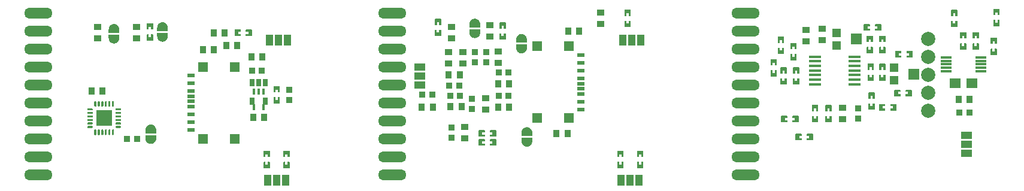
<source format=gbp>
G04 This is an RS-274x file exported by *
G04 gerbv version 2.10.0~037b94 *
G04 More information is available about gerbv at *
G04 https://gerbv.github.io/ *
G04 --End of header info--*
%MOIN*%
%FSLAX36Y36*%
%IPPOS*%
G04 --Define apertures--*
%ADD10C,0.0788*%
%AMMACRO11*
21,1,0.039370,0.059055,0.000000,0.000000,90.000000*
%
%ADD11MACRO11*%
%AMMACRO12*
21,1,0.032000,0.043000,0.000000,0.000000,90.000000*
%
%ADD12MACRO12*%
%AMMACRO13*
21,1,0.047244,0.047244,0.000000,0.000000,90.000000*
%
%ADD13MACRO13*%
%AMMACRO14*
21,1,0.062992,0.059055,0.000000,0.000000,90.000000*
%
%ADD14MACRO14*%
%AMMACRO15*
21,1,0.032000,0.043000,0.000000,0.000000,-90.000000*
%
%ADD15MACRO15*%
%AMMACRO16*
21,1,0.015748,0.066929,0.000000,0.000000,90.000000*
%
%ADD16MACRO16*%
%AMMACRO17*
21,1,0.031496,0.035433,0.000000,0.000000,-90.000000*
%
%ADD17MACRO17*%
%AMMACRO18*
21,1,0.059055,0.053500,0.000000,0.000000,0.000000*
%
%ADD18MACRO18*%
%AMMACRO19*
21,1,0.032000,0.043000,0.000000,0.000000,0.000000*
%
%ADD19MACRO19*%
%AMMACRO20*
21,1,0.031496,0.035433,0.000000,0.000000,0.000000*
%
%ADD20MACRO20*%
%AMMACRO21*
21,1,0.059055,0.012000,0.000000,0.000000,0.000000*
%
%ADD21MACRO21*%
%ADD22O,0.1575X0.0591*%
%ADD23O,0.0005X0.0591*%
%AMMACRO24*
21,1,0.039370,0.059055,0.000000,0.000000,90.000000*
%
%ADD24MACRO24*%
%AMMACRO25*
21,1,0.039370,0.059055,0.000000,0.000000,0.000000*
%
%ADD25MACRO25*%
%AMMACRO26*
21,1,0.032000,0.043000,0.000000,0.000000,0.000000*
%
%ADD26MACRO26*%
%AMMACRO27*
21,1,0.032000,0.043000,0.000000,0.000000,90.000000*
%
%ADD27MACRO27*%
%AMMACRO28*
21,1,0.032000,0.043000,0.000000,0.000000,-90.000000*
%
%ADD28MACRO28*%
%AMMACRO29*
21,1,0.019685,0.039370,0.000000,0.000000,-90.000000*
%
%ADD29MACRO29*%
%AMMACRO30*
21,1,0.051181,0.055118,0.000000,0.000000,-90.000000*
%
%ADD30MACRO30*%
%AMMACRO31*
21,1,0.031496,0.035433,0.000000,0.000000,90.000000*
%
%ADD31MACRO31*%
%AMMACRO32*
21,1,0.031496,0.035433,0.000000,0.000000,-90.000000*
%
%ADD32MACRO32*%
%AMMACRO33*
21,1,0.031496,0.035433,0.000000,0.000000,0.000000*
%
%ADD33MACRO33*%
%ADD34O,0.0006X0.0591*%
%AMMACRO35*
21,1,0.039370,0.059055,0.000000,0.000000,0.000000*
%
%ADD35MACRO35*%
%AMMACRO36*
21,1,0.032000,0.043000,0.000000,0.000000,0.000000*
%
%ADD36MACRO36*%
%AMMACRO37*
21,1,0.032000,0.043000,0.000000,0.000000,90.000000*
%
%ADD37MACRO37*%
%AMMACRO38*
21,1,0.032000,0.043000,0.000000,0.000000,-90.000000*
%
%ADD38MACRO38*%
%AMMACRO39*
21,1,0.031496,0.035433,0.000000,0.000000,0.000000*
%
%ADD39MACRO39*%
%AMMACRO40*
21,1,0.031496,0.035433,0.000000,0.000000,90.000000*
%
%ADD40MACRO40*%
%AMMACRO41*
21,1,0.043307,0.023622,0.000000,0.000000,90.000000*
%
%ADD41MACRO41*%
%AMMACRO42*
21,1,0.015748,0.035433,0.000000,0.000000,0.000000*
%
%ADD42MACRO42*%
%AMMACRO43*
21,1,0.019685,0.039370,0.000000,0.000000,90.000000*
%
%ADD43MACRO43*%
%AMMACRO44*
21,1,0.051181,0.055118,0.000000,0.000000,90.000000*
%
%ADD44MACRO44*%
%ADD45O,0.0004X0.0591*%
G04 --Start main section--*
G36*
G01X5411268Y-208580D02*
G01X5409288Y-210560D01*
G01X5409288Y-242040D01*
G01X5411268Y-244020D01*
G01X5442748Y-244020D01*
G01X5444728Y-242040D01*
G01X5444728Y-210560D01*
G01X5442748Y-208580D01*
G01X5433228Y-208580D01*
G01X5433228Y-223160D01*
G01X5420228Y-223160D01*
G01X5420228Y-208580D01*
G37*
G36*
G01X5411268Y-145980D02*
G01X5409288Y-147960D01*
G01X5409288Y-179440D01*
G01X5411268Y-181420D01*
G01X5420788Y-181420D01*
G01X5420788Y-166840D01*
G01X5433788Y-166840D01*
G01X5433788Y-181420D01*
G01X5442748Y-181420D01*
G01X5444728Y-179440D01*
G01X5444728Y-147960D01*
G01X5442748Y-145980D01*
G37*
G36*
G01X4229968Y-742280D02*
G01X4227988Y-744260D01*
G01X4227988Y-775740D01*
G01X4229968Y-777720D01*
G01X4261448Y-777720D01*
G01X4263428Y-775740D01*
G01X4263428Y-766220D01*
G01X4248848Y-766220D01*
G01X4248848Y-753220D01*
G01X4263428Y-753220D01*
G01X4263428Y-744260D01*
G01X4261448Y-742280D01*
G37*
G36*
G01X4292568Y-742280D02*
G01X4290588Y-744260D01*
G01X4290588Y-753780D01*
G01X4305168Y-753780D01*
G01X4305168Y-766780D01*
G01X4290588Y-766780D01*
G01X4290588Y-775740D01*
G01X4292568Y-777720D01*
G01X4324048Y-777720D01*
G01X4326028Y-775740D01*
G01X4326028Y-744260D01*
G01X4324048Y-742280D01*
G37*
G36*
G01X4372568Y-842280D02*
G01X4370588Y-844260D01*
G01X4370588Y-853780D01*
G01X4385168Y-853780D01*
G01X4385168Y-866780D01*
G01X4370588Y-866780D01*
G01X4370588Y-875740D01*
G01X4372568Y-877720D01*
G01X4404048Y-877720D01*
G01X4406028Y-875740D01*
G01X4406028Y-844260D01*
G01X4404048Y-842280D01*
G37*
G36*
G01X4309968Y-842280D02*
G01X4307988Y-844260D01*
G01X4307988Y-875740D01*
G01X4309968Y-877720D01*
G01X4341448Y-877720D01*
G01X4343428Y-875740D01*
G01X4343428Y-866220D01*
G01X4328848Y-866220D01*
G01X4328848Y-853220D01*
G01X4343428Y-853220D01*
G01X4343428Y-844260D01*
G01X4341448Y-842280D01*
G37*
G36*
G01X4281268Y-398580D02*
G01X4279288Y-400560D01*
G01X4279288Y-432040D01*
G01X4281268Y-434020D01*
G01X4312748Y-434020D01*
G01X4314728Y-432040D01*
G01X4314728Y-400560D01*
G01X4312748Y-398580D01*
G01X4303228Y-398580D01*
G01X4303228Y-413160D01*
G01X4290228Y-413160D01*
G01X4290228Y-398580D01*
G37*
G36*
G01X4281268Y-335980D02*
G01X4279288Y-337960D01*
G01X4279288Y-369440D01*
G01X4281268Y-371420D01*
G01X4290788Y-371420D01*
G01X4290788Y-356840D01*
G01X4303788Y-356840D01*
G01X4303788Y-371420D01*
G01X4312748Y-371420D01*
G01X4314728Y-369440D01*
G01X4314728Y-337960D01*
G01X4312748Y-335980D01*
G37*
G36*
G01X4211268Y-363580D02*
G01X4209288Y-365560D01*
G01X4209288Y-397040D01*
G01X4211268Y-399020D01*
G01X4242748Y-399020D01*
G01X4244728Y-397040D01*
G01X4244728Y-365560D01*
G01X4242748Y-363580D01*
G01X4233228Y-363580D01*
G01X4233228Y-378160D01*
G01X4220228Y-378160D01*
G01X4220228Y-363580D01*
G37*
G36*
G01X4211268Y-300980D02*
G01X4209288Y-302960D01*
G01X4209288Y-334440D01*
G01X4211268Y-336420D01*
G01X4220788Y-336420D01*
G01X4220788Y-321840D01*
G01X4233788Y-321840D01*
G01X4233788Y-336420D01*
G01X4242748Y-336420D01*
G01X4244728Y-334440D01*
G01X4244728Y-302960D01*
G01X4242748Y-300980D01*
G37*
G36*
G01X4226268Y-470980D02*
G01X4224288Y-472960D01*
G01X4224288Y-504440D01*
G01X4226268Y-506420D01*
G01X4235788Y-506420D01*
G01X4235788Y-491840D01*
G01X4248788Y-491840D01*
G01X4248788Y-506420D01*
G01X4257748Y-506420D01*
G01X4259728Y-504440D01*
G01X4259728Y-472960D01*
G01X4257748Y-470980D01*
G37*
G36*
G01X4226268Y-533580D02*
G01X4224288Y-535560D01*
G01X4224288Y-567040D01*
G01X4226268Y-569020D01*
G01X4257748Y-569020D01*
G01X4259728Y-567040D01*
G01X4259728Y-535560D01*
G01X4257748Y-533580D01*
G01X4248228Y-533580D01*
G01X4248228Y-548160D01*
G01X4235228Y-548160D01*
G01X4235228Y-533580D01*
G37*
G36*
G01X4296268Y-470980D02*
G01X4294288Y-472960D01*
G01X4294288Y-504440D01*
G01X4296268Y-506420D01*
G01X4305788Y-506420D01*
G01X4305788Y-491840D01*
G01X4318788Y-491840D01*
G01X4318788Y-506420D01*
G01X4327748Y-506420D01*
G01X4329728Y-504440D01*
G01X4329728Y-472960D01*
G01X4327748Y-470980D01*
G37*
G36*
G01X4296268Y-533580D02*
G01X4294288Y-535560D01*
G01X4294288Y-567040D01*
G01X4296268Y-569020D01*
G01X4327748Y-569020D01*
G01X4329728Y-567040D01*
G01X4329728Y-535560D01*
G01X4327748Y-533580D01*
G01X4318228Y-533580D01*
G01X4318228Y-548160D01*
G01X4305228Y-548160D01*
G01X4305228Y-533580D01*
G37*
G36*
G01X4171268Y-425980D02*
G01X4169288Y-427960D01*
G01X4169288Y-459440D01*
G01X4171268Y-461420D01*
G01X4180788Y-461420D01*
G01X4180788Y-446840D01*
G01X4193788Y-446840D01*
G01X4193788Y-461420D01*
G01X4202748Y-461420D01*
G01X4204728Y-459440D01*
G01X4204728Y-427960D01*
G01X4202748Y-425980D01*
G37*
G36*
G01X4171268Y-488580D02*
G01X4169288Y-490560D01*
G01X4169288Y-522040D01*
G01X4171268Y-524020D01*
G01X4202748Y-524020D01*
G01X4204728Y-522040D01*
G01X4204728Y-490560D01*
G01X4202748Y-488580D01*
G01X4193228Y-488580D01*
G01X4193228Y-503160D01*
G01X4180228Y-503160D01*
G01X4180228Y-488580D01*
G37*
G36*
G01X4401268Y-743580D02*
G01X4399288Y-745560D01*
G01X4399288Y-777040D01*
G01X4401268Y-779020D01*
G01X4432748Y-779020D01*
G01X4434728Y-777040D01*
G01X4434728Y-745560D01*
G01X4432748Y-743580D01*
G01X4423228Y-743580D01*
G01X4423228Y-758160D01*
G01X4410228Y-758160D01*
G01X4410228Y-743580D01*
G37*
G36*
G01X4401268Y-680980D02*
G01X4399288Y-682960D01*
G01X4399288Y-714440D01*
G01X4401268Y-716420D01*
G01X4410788Y-716420D01*
G01X4410788Y-701840D01*
G01X4423788Y-701840D01*
G01X4423788Y-716420D01*
G01X4432748Y-716420D01*
G01X4434728Y-714440D01*
G01X4434728Y-682960D01*
G01X4432748Y-680980D01*
G37*
G36*
G01X4476268Y-680980D02*
G01X4474288Y-682960D01*
G01X4474288Y-714440D01*
G01X4476268Y-716420D01*
G01X4485788Y-716420D01*
G01X4485788Y-701840D01*
G01X4498788Y-701840D01*
G01X4498788Y-716420D01*
G01X4507748Y-716420D01*
G01X4509728Y-714440D01*
G01X4509728Y-682960D01*
G01X4507748Y-680980D01*
G37*
G36*
G01X4476268Y-743580D02*
G01X4474288Y-745560D01*
G01X4474288Y-777040D01*
G01X4476268Y-779020D01*
G01X4507748Y-779020D01*
G01X4509728Y-777040D01*
G01X4509728Y-745560D01*
G01X4507748Y-743580D01*
G01X4498228Y-743580D01*
G01X4498228Y-758160D01*
G01X4485228Y-758160D01*
G01X4485228Y-743580D01*
G37*
G36*
G01X4711268Y-513580D02*
G01X4709288Y-515560D01*
G01X4709288Y-547040D01*
G01X4711268Y-549020D01*
G01X4742748Y-549020D01*
G01X4744728Y-547040D01*
G01X4744728Y-515560D01*
G01X4742748Y-513580D01*
G01X4733228Y-513580D01*
G01X4733228Y-528160D01*
G01X4720228Y-528160D01*
G01X4720228Y-513580D01*
G37*
G36*
G01X4711268Y-450980D02*
G01X4709288Y-452960D01*
G01X4709288Y-484440D01*
G01X4711268Y-486420D01*
G01X4720788Y-486420D01*
G01X4720788Y-471840D01*
G01X4733788Y-471840D01*
G01X4733788Y-486420D01*
G01X4742748Y-486420D01*
G01X4744728Y-484440D01*
G01X4744728Y-452960D01*
G01X4742748Y-450980D01*
G37*
G36*
G01X4776268Y-450980D02*
G01X4774288Y-452960D01*
G01X4774288Y-484440D01*
G01X4776268Y-486420D01*
G01X4785788Y-486420D01*
G01X4785788Y-471840D01*
G01X4798788Y-471840D01*
G01X4798788Y-486420D01*
G01X4807748Y-486420D01*
G01X4809728Y-484440D01*
G01X4809728Y-452960D01*
G01X4807748Y-450980D01*
G37*
G36*
G01X4776268Y-513580D02*
G01X4774288Y-515560D01*
G01X4774288Y-547040D01*
G01X4776268Y-549020D01*
G01X4807748Y-549020D01*
G01X4809728Y-547040D01*
G01X4809728Y-515560D01*
G01X4807748Y-513580D01*
G01X4798228Y-513580D01*
G01X4798228Y-528160D01*
G01X4785228Y-528160D01*
G01X4785228Y-513580D01*
G37*
G36*
G01X4689968Y-232280D02*
G01X4687988Y-234260D01*
G01X4687988Y-265740D01*
G01X4689968Y-267720D01*
G01X4721448Y-267720D01*
G01X4723428Y-265740D01*
G01X4723428Y-256220D01*
G01X4708868Y-256220D01*
G01X4708868Y-243220D01*
G01X4723428Y-243220D01*
G01X4723428Y-234260D01*
G01X4721448Y-232280D01*
G37*
G36*
G01X4752568Y-232280D02*
G01X4750588Y-234260D01*
G01X4750588Y-243780D01*
G01X4765148Y-243780D01*
G01X4765148Y-256780D01*
G01X4750588Y-256780D01*
G01X4750588Y-265740D01*
G01X4752568Y-267720D01*
G01X4784048Y-267720D01*
G01X4786028Y-265740D01*
G01X4786028Y-234260D01*
G01X4784048Y-232280D01*
G37*
G36*
G01X4776268Y-295980D02*
G01X4774288Y-297960D01*
G01X4774288Y-329440D01*
G01X4776268Y-331420D01*
G01X4785788Y-331420D01*
G01X4785788Y-316840D01*
G01X4798788Y-316840D01*
G01X4798788Y-331420D01*
G01X4807748Y-331420D01*
G01X4809728Y-329440D01*
G01X4809728Y-297960D01*
G01X4807748Y-295980D01*
G37*
G36*
G01X4776268Y-358580D02*
G01X4774288Y-360560D01*
G01X4774288Y-392040D01*
G01X4776268Y-394020D01*
G01X4807748Y-394020D01*
G01X4809728Y-392040D01*
G01X4809728Y-360560D01*
G01X4807748Y-358580D01*
G01X4798228Y-358580D01*
G01X4798228Y-373160D01*
G01X4785228Y-373160D01*
G01X4785228Y-358580D01*
G37*
G36*
G01X4706268Y-295980D02*
G01X4704288Y-297960D01*
G01X4704288Y-329440D01*
G01X4706268Y-331420D01*
G01X4715788Y-331420D01*
G01X4715788Y-316840D01*
G01X4728788Y-316840D01*
G01X4728788Y-331420D01*
G01X4737748Y-331420D01*
G01X4739728Y-329440D01*
G01X4739728Y-297960D01*
G01X4737748Y-295980D01*
G37*
G36*
G01X4706268Y-358580D02*
G01X4704288Y-360560D01*
G01X4704288Y-392040D01*
G01X4706268Y-394020D01*
G01X4737748Y-394020D01*
G01X4739728Y-392040D01*
G01X4739728Y-360560D01*
G01X4737748Y-358580D01*
G01X4728228Y-358580D01*
G01X4728228Y-373160D01*
G01X4715228Y-373160D01*
G01X4715228Y-358580D01*
G37*
G36*
G01X4774968Y-677280D02*
G01X4772988Y-679260D01*
G01X4772988Y-710740D01*
G01X4774968Y-712720D01*
G01X4806448Y-712720D01*
G01X4808428Y-710740D01*
G01X4808428Y-701220D01*
G01X4793868Y-701220D01*
G01X4793868Y-688220D01*
G01X4808428Y-688220D01*
G01X4808428Y-679260D01*
G01X4806448Y-677280D01*
G37*
G36*
G01X4837568Y-677280D02*
G01X4835588Y-679260D01*
G01X4835588Y-688780D01*
G01X4850148Y-688780D01*
G01X4850148Y-701780D01*
G01X4835588Y-701780D01*
G01X4835588Y-710740D01*
G01X4837568Y-712720D01*
G01X4869048Y-712720D01*
G01X4871028Y-710740D01*
G01X4871028Y-679260D01*
G01X4869048Y-677280D01*
G37*
G36*
G01X4716268Y-673580D02*
G01X4714288Y-675560D01*
G01X4714288Y-707040D01*
G01X4716268Y-709020D01*
G01X4747748Y-709020D01*
G01X4749728Y-707040D01*
G01X4749728Y-675560D01*
G01X4747748Y-673580D01*
G01X4738228Y-673580D01*
G01X4738228Y-688160D01*
G01X4725228Y-688160D01*
G01X4725228Y-673580D01*
G37*
G36*
G01X4716268Y-610980D02*
G01X4714288Y-612960D01*
G01X4714288Y-644440D01*
G01X4716268Y-646420D01*
G01X4725788Y-646420D01*
G01X4725788Y-631840D01*
G01X4738788Y-631840D01*
G01X4738788Y-646420D01*
G01X4747748Y-646420D01*
G01X4749728Y-644440D01*
G01X4749728Y-612960D01*
G01X4747748Y-610980D01*
G37*
G36*
G01X4859968Y-597280D02*
G01X4857988Y-599260D01*
G01X4857988Y-630740D01*
G01X4859968Y-632720D01*
G01X4891448Y-632720D01*
G01X4893428Y-630740D01*
G01X4893428Y-621220D01*
G01X4878868Y-621220D01*
G01X4878868Y-608220D01*
G01X4893428Y-608220D01*
G01X4893428Y-599260D01*
G01X4891448Y-597280D01*
G37*
G36*
G01X4922568Y-597280D02*
G01X4920588Y-599260D01*
G01X4920588Y-608780D01*
G01X4935148Y-608780D01*
G01X4935148Y-621780D01*
G01X4920588Y-621780D01*
G01X4920588Y-630740D01*
G01X4922568Y-632720D01*
G01X4954048Y-632720D01*
G01X4956028Y-630740D01*
G01X4956028Y-599260D01*
G01X4954048Y-597280D01*
G37*
G36*
G01X4927568Y-382280D02*
G01X4925588Y-384260D01*
G01X4925588Y-393780D01*
G01X4940148Y-393780D01*
G01X4940148Y-406780D01*
G01X4925588Y-406780D01*
G01X4925588Y-415740D01*
G01X4927568Y-417720D01*
G01X4959048Y-417720D01*
G01X4961028Y-415740D01*
G01X4961028Y-384260D01*
G01X4959048Y-382280D01*
G37*
G36*
G01X4864968Y-382280D02*
G01X4862988Y-384260D01*
G01X4862988Y-415740D01*
G01X4864968Y-417720D01*
G01X4896448Y-417720D01*
G01X4898428Y-415740D01*
G01X4898428Y-406220D01*
G01X4883868Y-406220D01*
G01X4883868Y-393220D01*
G01X4898428Y-393220D01*
G01X4898428Y-384260D01*
G01X4896448Y-382280D01*
G37*
G36*
G01X5396268Y-368580D02*
G01X5394288Y-370560D01*
G01X5394288Y-402040D01*
G01X5396268Y-404020D01*
G01X5427748Y-404020D01*
G01X5429728Y-402040D01*
G01X5429728Y-370560D01*
G01X5427748Y-368580D01*
G01X5418228Y-368580D01*
G01X5418228Y-383160D01*
G01X5405228Y-383160D01*
G01X5405228Y-368580D01*
G37*
G36*
G01X5396268Y-305980D02*
G01X5394288Y-307960D01*
G01X5394288Y-339440D01*
G01X5396268Y-341420D01*
G01X5405788Y-341420D01*
G01X5405788Y-326840D01*
G01X5418788Y-326840D01*
G01X5418788Y-341420D01*
G01X5427748Y-341420D01*
G01X5429728Y-339440D01*
G01X5429728Y-307960D01*
G01X5427748Y-305980D01*
G37*
G36*
G01X5296268Y-275980D02*
G01X5294288Y-277960D01*
G01X5294288Y-309440D01*
G01X5296268Y-311420D01*
G01X5305788Y-311420D01*
G01X5305788Y-296840D01*
G01X5318788Y-296840D01*
G01X5318788Y-311420D01*
G01X5327748Y-311420D01*
G01X5329728Y-309440D01*
G01X5329728Y-277960D01*
G01X5327748Y-275980D01*
G37*
G36*
G01X5296268Y-338580D02*
G01X5294288Y-340560D01*
G01X5294288Y-372040D01*
G01X5296268Y-374020D01*
G01X5327748Y-374020D01*
G01X5329728Y-372040D01*
G01X5329728Y-340560D01*
G01X5327748Y-338580D01*
G01X5318228Y-338580D01*
G01X5318228Y-353160D01*
G01X5305228Y-353160D01*
G01X5305228Y-338580D01*
G37*
G36*
G01X5226268Y-275980D02*
G01X5224288Y-277960D01*
G01X5224288Y-309440D01*
G01X5226268Y-311420D01*
G01X5235788Y-311420D01*
G01X5235788Y-296840D01*
G01X5248788Y-296840D01*
G01X5248788Y-311420D01*
G01X5257748Y-311420D01*
G01X5259728Y-309440D01*
G01X5259728Y-277960D01*
G01X5257748Y-275980D01*
G37*
G36*
G01X5226268Y-338580D02*
G01X5224288Y-340560D01*
G01X5224288Y-372040D01*
G01X5226268Y-374020D01*
G01X5257748Y-374020D01*
G01X5259728Y-372040D01*
G01X5259728Y-340560D01*
G01X5257748Y-338580D01*
G01X5248228Y-338580D01*
G01X5248228Y-353160D01*
G01X5235228Y-353160D01*
G01X5235228Y-338580D01*
G37*
G36*
G01X5176268Y-150980D02*
G01X5174288Y-152960D01*
G01X5174288Y-184440D01*
G01X5176268Y-186420D01*
G01X5185788Y-186420D01*
G01X5185788Y-171840D01*
G01X5198788Y-171840D01*
G01X5198788Y-186420D01*
G01X5207748Y-186420D01*
G01X5209728Y-184440D01*
G01X5209728Y-152960D01*
G01X5207748Y-150980D01*
G37*
G36*
G01X5176268Y-213580D02*
G01X5174288Y-215560D01*
G01X5174288Y-247040D01*
G01X5176268Y-249020D01*
G01X5207748Y-249020D01*
G01X5209728Y-247040D01*
G01X5209728Y-215560D01*
G01X5207748Y-213580D01*
G01X5198228Y-213580D01*
G01X5198228Y-228160D01*
G01X5185228Y-228160D01*
G01X5185228Y-213580D01*
G37*
G54D10*
G01X5047008Y-315000D03*
G01X5047008Y-415000D03*
G01X5047008Y-515000D03*
G01X5047008Y-615000D03*
G01X5047008Y-715000D03*
G54D11*
G01X5262008Y-900000D03*
G01X5262008Y-850000D03*
G01X5262008Y-950000D03*
G54D12*
G01X4367008Y-326000D03*
G01X4367008Y-264000D03*
G54D13*
G01X4536283Y-349621D03*
G54D14*
G01X4647735Y-314650D03*
G54D13*
G01X4536283Y-280379D03*
G54D15*
G01X4457008Y-259000D03*
G01X4457008Y-321000D03*
G54D13*
G01X4856283Y-544621D03*
G54D14*
G01X4967735Y-509650D03*
G54D13*
G01X4856283Y-475379D03*
G54D16*
G01X4416768Y-566770D03*
G01X4416768Y-541180D03*
G01X4416768Y-515590D03*
G01X4416768Y-490000D03*
G01X4416768Y-464410D03*
G01X4416768Y-438820D03*
G01X4416768Y-413230D03*
G01X4637248Y-413230D03*
G01X4637248Y-438820D03*
G01X4637248Y-464410D03*
G01X4637248Y-490000D03*
G01X4637248Y-515590D03*
G01X4637248Y-541180D03*
G01X4637248Y-566770D03*
G54D17*
G01X4657008Y-757559D03*
G01X4657008Y-702441D03*
G54D12*
G01X4572008Y-761000D03*
G01X4572008Y-699000D03*
G54D18*
G01X5291526Y-560778D03*
G01X5197038Y-560778D03*
G54D19*
G01X5216008Y-650000D03*
G01X5278007Y-650000D03*
G54D20*
G01X5221723Y-725778D03*
G01X5276841Y-725778D03*
G54D21*
G01X5340781Y-416408D03*
G01X5340781Y-436098D03*
G01X5340781Y-455778D03*
G01X5340781Y-475468D03*
G01X5340781Y-495148D03*
G01X5147781Y-495148D03*
G01X5147781Y-475468D03*
G01X5147781Y-455778D03*
G01X5147781Y-436098D03*
G01X5147781Y-416408D03*
G54D22*
G01X4032008Y-1070000D03*
G01X4032008Y-970000D03*
G01X4032008Y-870000D03*
G01X4032008Y-770000D03*
G01X4032008Y-670000D03*
G01X4032008Y-570000D03*
G01X4032008Y-470000D03*
G01X4032008Y-370000D03*
G01X4032008Y-270000D03*
G01X4032008Y-170000D03*
G01X1968504Y0000000D02*
G36*
G01X2302764Y-263580D02*
G01X2300784Y-265560D01*
G01X2300784Y-297040D01*
G01X2302764Y-299020D01*
G01X2334244Y-299020D01*
G01X2336224Y-297040D01*
G01X2336224Y-265560D01*
G01X2334244Y-263580D01*
G01X2324724Y-263580D01*
G01X2324724Y-278160D01*
G01X2311724Y-278160D01*
G01X2311724Y-263580D01*
G37*
G36*
G01X2302764Y-200980D02*
G01X2300784Y-202960D01*
G01X2300784Y-234440D01*
G01X2302764Y-236420D01*
G01X2312284Y-236420D01*
G01X2312284Y-221840D01*
G01X2325284Y-221840D01*
G01X2325284Y-236420D01*
G01X2334244Y-236420D01*
G01X2336224Y-234440D01*
G01X2336224Y-202960D01*
G01X2334244Y-200980D01*
G37*
G36*
G01X2662764Y-283580D02*
G01X2660784Y-285560D01*
G01X2660784Y-317040D01*
G01X2662764Y-319020D01*
G01X2694244Y-319020D01*
G01X2696224Y-317040D01*
G01X2696224Y-285560D01*
G01X2694244Y-283580D01*
G01X2684724Y-283580D01*
G01X2684724Y-298160D01*
G01X2671724Y-298160D01*
G01X2671724Y-283580D01*
G37*
G36*
G01X2662764Y-220980D02*
G01X2660784Y-222960D01*
G01X2660784Y-254440D01*
G01X2662764Y-256420D01*
G01X2672284Y-256420D01*
G01X2672284Y-241840D01*
G01X2685284Y-241840D01*
G01X2685284Y-256420D01*
G01X2694244Y-256420D01*
G01X2696224Y-254440D01*
G01X2696224Y-222960D01*
G01X2694244Y-220980D01*
G37*
G36*
G01X3357764Y-213580D02*
G01X3355784Y-215560D01*
G01X3355784Y-247040D01*
G01X3357764Y-249020D01*
G01X3389244Y-249020D01*
G01X3391224Y-247040D01*
G01X3391224Y-215560D01*
G01X3389244Y-213580D01*
G01X3379724Y-213580D01*
G01X3379724Y-228160D01*
G01X3366724Y-228160D01*
G01X3366724Y-213580D01*
G37*
G36*
G01X3357764Y-150980D02*
G01X3355784Y-152960D01*
G01X3355784Y-184440D01*
G01X3357764Y-186420D01*
G01X3367284Y-186420D01*
G01X3367284Y-171840D01*
G01X3380284Y-171840D01*
G01X3380284Y-186420D01*
G01X3389244Y-186420D01*
G01X3391224Y-184440D01*
G01X3391224Y-152960D01*
G01X3389244Y-150980D01*
G37*
G36*
G01X3427764Y-998580D02*
G01X3425784Y-1000560D01*
G01X3425784Y-1032040D01*
G01X3427764Y-1034020D01*
G01X3459244Y-1034020D01*
G01X3461224Y-1032040D01*
G01X3461224Y-1000560D01*
G01X3459244Y-998580D01*
G01X3449724Y-998580D01*
G01X3449724Y-1013160D01*
G01X3436724Y-1013160D01*
G01X3436724Y-998580D01*
G37*
G36*
G01X3427764Y-935980D02*
G01X3425784Y-937960D01*
G01X3425784Y-969440D01*
G01X3427764Y-971420D01*
G01X3437284Y-971420D01*
G01X3437284Y-956840D01*
G01X3450284Y-956840D01*
G01X3450284Y-971420D01*
G01X3459244Y-971420D01*
G01X3461224Y-969440D01*
G01X3461224Y-937960D01*
G01X3459244Y-935980D01*
G37*
G36*
G01X3317764Y-998580D02*
G01X3315784Y-1000560D01*
G01X3315784Y-1032040D01*
G01X3317764Y-1034020D01*
G01X3349244Y-1034020D01*
G01X3351224Y-1032040D01*
G01X3351224Y-1000560D01*
G01X3349244Y-998580D01*
G01X3339724Y-998580D01*
G01X3339724Y-1013160D01*
G01X3326724Y-1013160D01*
G01X3326724Y-998580D01*
G37*
G36*
G01X3317764Y-935980D02*
G01X3315784Y-937960D01*
G01X3315784Y-969440D01*
G01X3317764Y-971420D01*
G01X3327284Y-971420D01*
G01X3327284Y-956840D01*
G01X3340284Y-956840D01*
G01X3340284Y-971420D01*
G01X3349244Y-971420D01*
G01X3351224Y-969440D01*
G01X3351224Y-937960D01*
G01X3349244Y-935980D01*
G37*
G36*
G01X2609064Y-872280D02*
G01X2607084Y-874260D01*
G01X2607084Y-883780D01*
G01X2621664Y-883780D01*
G01X2621664Y-896780D01*
G01X2607084Y-896780D01*
G01X2607084Y-905740D01*
G01X2609064Y-907720D01*
G01X2640544Y-907720D01*
G01X2642524Y-905740D01*
G01X2642524Y-874260D01*
G01X2640544Y-872280D01*
G37*
G36*
G01X2546464Y-872280D02*
G01X2544484Y-874260D01*
G01X2544484Y-905740D01*
G01X2546464Y-907720D01*
G01X2577944Y-907720D01*
G01X2579924Y-905740D01*
G01X2579924Y-896220D01*
G01X2565344Y-896220D01*
G01X2565344Y-883220D01*
G01X2579924Y-883220D01*
G01X2579924Y-874260D01*
G01X2577944Y-872280D01*
G37*
G36*
G01X2609064Y-822280D02*
G01X2607084Y-824260D01*
G01X2607084Y-833780D01*
G01X2621664Y-833780D01*
G01X2621664Y-846780D01*
G01X2607084Y-846780D01*
G01X2607084Y-855740D01*
G01X2609064Y-857720D01*
G01X2640544Y-857720D01*
G01X2642524Y-855740D01*
G01X2642524Y-824260D01*
G01X2640544Y-822280D01*
G37*
G36*
G01X2546464Y-822280D02*
G01X2544484Y-824260D01*
G01X2544484Y-855740D01*
G01X2546464Y-857720D01*
G01X2577944Y-857720D01*
G01X2579924Y-855740D01*
G01X2579924Y-846220D01*
G01X2565344Y-846220D01*
G01X2565344Y-833220D01*
G01X2579924Y-833220D01*
G01X2579924Y-824260D01*
G01X2577944Y-822280D01*
G37*
G36*
G01X2813033Y-335467D02*
G01X2813033Y-315782D01*
G01X2812984Y-314243D01*
G01X2812855Y-312708D01*
G01X2812645Y-311182D01*
G01X2812357Y-309669D01*
G01X2811990Y-308173D01*
G01X2811546Y-306699D01*
G01X2811025Y-305249D01*
G01X2810429Y-303829D01*
G01X2809760Y-302441D01*
G01X2809020Y-301091D01*
G01X2808210Y-299781D01*
G01X2807333Y-298514D01*
G01X2806392Y-297296D01*
G01X2805388Y-296128D01*
G01X2804324Y-295014D01*
G01X2803204Y-293957D01*
G01X2802030Y-292959D01*
G01X2800806Y-292025D01*
G01X2799535Y-291155D01*
G01X2798220Y-290353D01*
G01X2796865Y-289621D01*
G01X2795474Y-288960D01*
G01X2794050Y-288373D01*
G01X2792597Y-287860D01*
G01X2791120Y-287425D01*
G01X2789622Y-287066D01*
G01X2788108Y-286787D01*
G01X2786581Y-286586D01*
G01X2785045Y-286466D01*
G01X2783505Y-286426D01*
G01X2781966Y-286466D01*
G01X2780430Y-286586D01*
G01X2778903Y-286787D01*
G01X2777389Y-287066D01*
G01X2775891Y-287425D01*
G01X2774414Y-287860D01*
G01X2772961Y-288373D01*
G01X2771537Y-288960D01*
G01X2770146Y-289621D01*
G01X2768791Y-290353D01*
G01X2767476Y-291155D01*
G01X2766205Y-292025D01*
G01X2764981Y-292959D01*
G01X2763807Y-293957D01*
G01X2762687Y-295014D01*
G01X2761623Y-296128D01*
G01X2760619Y-297296D01*
G01X2759678Y-298514D01*
G01X2758801Y-299781D01*
G01X2757991Y-301091D01*
G01X2757251Y-302441D01*
G01X2756582Y-303829D01*
G01X2755986Y-305249D01*
G01X2755465Y-306699D01*
G01X2755021Y-308173D01*
G01X2754654Y-309669D01*
G01X2754366Y-311182D01*
G01X2754156Y-312708D01*
G01X2754027Y-314243D01*
G01X2753978Y-315782D01*
G01X2753978Y-335467D01*
G37*
G36*
G01X2753979Y-345480D02*
G01X2753979Y-365165D01*
G01X2754028Y-366704D01*
G01X2754157Y-368239D01*
G01X2754367Y-369765D01*
G01X2754655Y-371278D01*
G01X2755022Y-372774D01*
G01X2755466Y-374248D01*
G01X2755987Y-375698D01*
G01X2756583Y-377118D01*
G01X2757252Y-378506D01*
G01X2757992Y-379856D01*
G01X2758802Y-381166D01*
G01X2759679Y-382433D01*
G01X2760620Y-383651D01*
G01X2761624Y-384819D01*
G01X2762688Y-385933D01*
G01X2763808Y-386990D01*
G01X2764982Y-387988D01*
G01X2766206Y-388922D01*
G01X2767477Y-389792D01*
G01X2768792Y-390594D01*
G01X2770147Y-391326D01*
G01X2771538Y-391987D01*
G01X2772962Y-392574D01*
G01X2774415Y-393087D01*
G01X2775892Y-393522D01*
G01X2777390Y-393881D01*
G01X2778904Y-394160D01*
G01X2780431Y-394361D01*
G01X2781967Y-394481D01*
G01X2783507Y-394521D01*
G01X2785046Y-394481D01*
G01X2786582Y-394361D01*
G01X2788109Y-394160D01*
G01X2789623Y-393881D01*
G01X2791121Y-393522D01*
G01X2792598Y-393087D01*
G01X2794051Y-392574D01*
G01X2795475Y-391987D01*
G01X2796866Y-391326D01*
G01X2798221Y-390594D01*
G01X2799536Y-389792D01*
G01X2800807Y-388922D01*
G01X2802031Y-387988D01*
G01X2803205Y-386990D01*
G01X2804325Y-385933D01*
G01X2805389Y-384819D01*
G01X2806393Y-383651D01*
G01X2807334Y-382433D01*
G01X2808211Y-381166D01*
G01X2809021Y-379856D01*
G01X2809761Y-378506D01*
G01X2810430Y-377118D01*
G01X2811026Y-375698D01*
G01X2811547Y-374248D01*
G01X2811991Y-372774D01*
G01X2812358Y-371278D01*
G01X2812646Y-369765D01*
G01X2812856Y-368239D01*
G01X2812985Y-366704D01*
G01X2813034Y-365165D01*
G01X2813034Y-345480D01*
G37*
G36*
G01X2783975Y-864533D02*
G01X2783975Y-884218D01*
G01X2784024Y-885757D01*
G01X2784153Y-887292D01*
G01X2784363Y-888818D01*
G01X2784651Y-890331D01*
G01X2785018Y-891827D01*
G01X2785462Y-893301D01*
G01X2785983Y-894751D01*
G01X2786579Y-896171D01*
G01X2787248Y-897559D01*
G01X2787988Y-898909D01*
G01X2788798Y-900219D01*
G01X2789675Y-901486D01*
G01X2790616Y-902704D01*
G01X2791620Y-903872D01*
G01X2792684Y-904986D01*
G01X2793804Y-906043D01*
G01X2794978Y-907041D01*
G01X2796202Y-907975D01*
G01X2797473Y-908845D01*
G01X2798788Y-909647D01*
G01X2800143Y-910379D01*
G01X2801534Y-911040D01*
G01X2802958Y-911627D01*
G01X2804411Y-912140D01*
G01X2805888Y-912575D01*
G01X2807386Y-912934D01*
G01X2808900Y-913213D01*
G01X2810427Y-913414D01*
G01X2811963Y-913534D01*
G01X2813503Y-913574D01*
G01X2815042Y-913534D01*
G01X2816578Y-913414D01*
G01X2818105Y-913213D01*
G01X2819619Y-912934D01*
G01X2821117Y-912575D01*
G01X2822594Y-912140D01*
G01X2824047Y-911627D01*
G01X2825471Y-911040D01*
G01X2826862Y-910379D01*
G01X2828217Y-909647D01*
G01X2829532Y-908845D01*
G01X2830803Y-907975D01*
G01X2832027Y-907041D01*
G01X2833201Y-906043D01*
G01X2834321Y-904986D01*
G01X2835385Y-903872D01*
G01X2836389Y-902704D01*
G01X2837330Y-901486D01*
G01X2838207Y-900219D01*
G01X2839017Y-898909D01*
G01X2839757Y-897559D01*
G01X2840426Y-896171D01*
G01X2841022Y-894751D01*
G01X2841543Y-893301D01*
G01X2841987Y-891827D01*
G01X2842354Y-890331D01*
G01X2842642Y-888818D01*
G01X2842852Y-887292D01*
G01X2842981Y-885757D01*
G01X2843030Y-884218D01*
G01X2843030Y-864533D01*
G37*
G36*
G01X2843029Y-854520D02*
G01X2843029Y-834835D01*
G01X2842980Y-833296D01*
G01X2842851Y-831761D01*
G01X2842641Y-830235D01*
G01X2842353Y-828722D01*
G01X2841986Y-827226D01*
G01X2841542Y-825752D01*
G01X2841021Y-824302D01*
G01X2840425Y-822882D01*
G01X2839756Y-821494D01*
G01X2839016Y-820144D01*
G01X2838206Y-818834D01*
G01X2837329Y-817567D01*
G01X2836388Y-816349D01*
G01X2835384Y-815181D01*
G01X2834320Y-814067D01*
G01X2833200Y-813010D01*
G01X2832026Y-812012D01*
G01X2830802Y-811078D01*
G01X2829531Y-810208D01*
G01X2828216Y-809406D01*
G01X2826861Y-808674D01*
G01X2825470Y-808013D01*
G01X2824046Y-807426D01*
G01X2822593Y-806913D01*
G01X2821116Y-806478D01*
G01X2819618Y-806119D01*
G01X2818104Y-805840D01*
G01X2816577Y-805639D01*
G01X2815041Y-805519D01*
G01X2813501Y-805479D01*
G01X2811962Y-805519D01*
G01X2810426Y-805639D01*
G01X2808899Y-805840D01*
G01X2807385Y-806119D01*
G01X2805887Y-806478D01*
G01X2804410Y-806913D01*
G01X2802957Y-807426D01*
G01X2801533Y-808013D01*
G01X2800142Y-808674D01*
G01X2798787Y-809406D01*
G01X2797472Y-810208D01*
G01X2796201Y-811078D01*
G01X2794977Y-812012D01*
G01X2793803Y-813010D01*
G01X2792683Y-814067D01*
G01X2791619Y-815181D01*
G01X2790615Y-816349D01*
G01X2789674Y-817567D01*
G01X2788797Y-818834D01*
G01X2787987Y-820144D01*
G01X2787247Y-821494D01*
G01X2786578Y-822882D01*
G01X2785982Y-824302D01*
G01X2785461Y-825752D01*
G01X2785017Y-827226D01*
G01X2784650Y-828722D01*
G01X2784362Y-830235D01*
G01X2784152Y-831761D01*
G01X2784023Y-833296D01*
G01X2783974Y-834835D01*
G01X2783974Y-854520D01*
G37*
G36*
G01X2553033Y-250467D02*
G01X2553033Y-230782D01*
G01X2552984Y-229243D01*
G01X2552855Y-227708D01*
G01X2552645Y-226182D01*
G01X2552357Y-224669D01*
G01X2551990Y-223173D01*
G01X2551546Y-221699D01*
G01X2551025Y-220249D01*
G01X2550429Y-218829D01*
G01X2549760Y-217441D01*
G01X2549020Y-216091D01*
G01X2548210Y-214781D01*
G01X2547333Y-213514D01*
G01X2546392Y-212296D01*
G01X2545388Y-211128D01*
G01X2544324Y-210014D01*
G01X2543204Y-208957D01*
G01X2542030Y-207959D01*
G01X2540806Y-207025D01*
G01X2539535Y-206155D01*
G01X2538220Y-205353D01*
G01X2536865Y-204621D01*
G01X2535474Y-203960D01*
G01X2534050Y-203373D01*
G01X2532597Y-202860D01*
G01X2531120Y-202425D01*
G01X2529622Y-202066D01*
G01X2528108Y-201787D01*
G01X2526581Y-201586D01*
G01X2525045Y-201466D01*
G01X2523505Y-201426D01*
G01X2521966Y-201466D01*
G01X2520430Y-201586D01*
G01X2518903Y-201787D01*
G01X2517389Y-202066D01*
G01X2515891Y-202425D01*
G01X2514414Y-202860D01*
G01X2512961Y-203373D01*
G01X2511537Y-203960D01*
G01X2510146Y-204621D01*
G01X2508791Y-205353D01*
G01X2507476Y-206155D01*
G01X2506205Y-207025D01*
G01X2504981Y-207959D01*
G01X2503807Y-208957D01*
G01X2502687Y-210014D01*
G01X2501623Y-211128D01*
G01X2500619Y-212296D01*
G01X2499678Y-213514D01*
G01X2498801Y-214781D01*
G01X2497991Y-216091D01*
G01X2497251Y-217441D01*
G01X2496582Y-218829D01*
G01X2495986Y-220249D01*
G01X2495465Y-221699D01*
G01X2495021Y-223173D01*
G01X2494654Y-224669D01*
G01X2494366Y-226182D01*
G01X2494156Y-227708D01*
G01X2494027Y-229243D01*
G01X2493978Y-230782D01*
G01X2493978Y-250467D01*
G37*
G36*
G01X2493979Y-260480D02*
G01X2493979Y-280165D01*
G01X2494028Y-281704D01*
G01X2494157Y-283239D01*
G01X2494367Y-284765D01*
G01X2494655Y-286278D01*
G01X2495022Y-287774D01*
G01X2495466Y-289248D01*
G01X2495987Y-290698D01*
G01X2496583Y-292118D01*
G01X2497252Y-293506D01*
G01X2497992Y-294856D01*
G01X2498802Y-296166D01*
G01X2499679Y-297433D01*
G01X2500620Y-298651D01*
G01X2501624Y-299819D01*
G01X2502688Y-300933D01*
G01X2503808Y-301990D01*
G01X2504982Y-302988D01*
G01X2506206Y-303922D01*
G01X2507477Y-304792D01*
G01X2508792Y-305594D01*
G01X2510147Y-306326D01*
G01X2511538Y-306987D01*
G01X2512962Y-307574D01*
G01X2514415Y-308087D01*
G01X2515892Y-308522D01*
G01X2517390Y-308881D01*
G01X2518904Y-309160D01*
G01X2520431Y-309361D01*
G01X2521967Y-309481D01*
G01X2523507Y-309521D01*
G01X2525046Y-309481D01*
G01X2526582Y-309361D01*
G01X2528109Y-309160D01*
G01X2529623Y-308881D01*
G01X2531121Y-308522D01*
G01X2532598Y-308087D01*
G01X2534051Y-307574D01*
G01X2535475Y-306987D01*
G01X2536866Y-306326D01*
G01X2538221Y-305594D01*
G01X2539536Y-304792D01*
G01X2540807Y-303922D01*
G01X2542031Y-302988D01*
G01X2543205Y-301990D01*
G01X2544325Y-300933D01*
G01X2545389Y-299819D01*
G01X2546393Y-298651D01*
G01X2547334Y-297433D01*
G01X2548211Y-296166D01*
G01X2549021Y-294856D01*
G01X2549761Y-293506D01*
G01X2550430Y-292118D01*
G01X2551026Y-290698D01*
G01X2551547Y-289248D01*
G01X2551991Y-287774D01*
G01X2552358Y-286278D01*
G01X2552646Y-284765D01*
G01X2552856Y-283239D01*
G01X2552985Y-281704D01*
G01X2553034Y-280165D01*
G01X2553034Y-260480D01*
G37*
G54D24*
G01X2218504Y-520000D03*
G01X2218504Y-470000D03*
G01X2218504Y-570000D03*
G54D25*
G01X3398504Y-320000D03*
G01X3448504Y-320000D03*
G01X3348504Y-320000D03*
G01X3388504Y-1100000D03*
G01X3438504Y-1100000D03*
G01X3338504Y-1100000D03*
G54D26*
G01X3042504Y-270000D03*
G01X3104504Y-270000D03*
G54D27*
G01X2608504Y-301000D03*
G01X2608504Y-239000D03*
G54D28*
G01X2393504Y-249000D03*
G01X2393504Y-311000D03*
G54D27*
G01X3223504Y-231000D03*
G01X3223504Y-169000D03*
G54D26*
G01X2977504Y-840000D03*
G01X3039504Y-840000D03*
G54D29*
G01X3115253Y-706575D03*
G01X3115253Y-663265D03*
G01X3115253Y-619965D03*
G01X3115253Y-590435D03*
G01X3115253Y-533345D03*
G01X3115253Y-490045D03*
G01X3115253Y-446735D03*
G01X3115253Y-403425D03*
G01X3115253Y-562875D03*
G54D30*
G01X3046944Y-354215D03*
G01X2871754Y-354215D03*
G01X2871754Y-755785D03*
G01X3046944Y-755785D03*
G54D28*
G01X2468504Y-804000D03*
G01X2468504Y-866000D03*
G54D31*
G01X2393504Y-807441D03*
G01X2393504Y-862559D03*
G54D27*
G01X2378504Y-451000D03*
G01X2378504Y-389000D03*
G54D32*
G01X2588504Y-442559D03*
G01X2588504Y-387441D03*
G54D27*
G01X2653504Y-446000D03*
G01X2653504Y-384000D03*
G54D32*
G01X2508504Y-702559D03*
G01X2508504Y-647441D03*
G54D27*
G01X2583504Y-706000D03*
G01X2583504Y-644000D03*
G01X2458504Y-451000D03*
G01X2458504Y-389000D03*
G54D32*
G01X2523504Y-442559D03*
G01X2523504Y-387441D03*
G54D33*
G01X2230945Y-625000D03*
G01X2286063Y-625000D03*
G54D26*
G01X2227504Y-695000D03*
G01X2289504Y-695000D03*
G01X2449504Y-690000D03*
G01X2387504Y-690000D03*
G54D33*
G01X2441063Y-630000D03*
G01X2385945Y-630000D03*
G54D26*
G01X2714504Y-565000D03*
G01X2652504Y-565000D03*
G54D33*
G01X2711063Y-500000D03*
G01X2655945Y-500000D03*
G54D26*
G01X2439504Y-515000D03*
G01X2377504Y-515000D03*
G54D33*
G01X2436063Y-575000D03*
G01X2380945Y-575000D03*
G54D26*
G01X2714504Y-695000D03*
G01X2652504Y-695000D03*
G54D33*
G01X2711063Y-630000D03*
G01X2655945Y-630000D03*
G54D22*
G01X2063504Y-1070000D03*
G01X2063504Y-970000D03*
G01X2063504Y-870000D03*
G01X2063504Y-770000D03*
G01X2063504Y-670000D03*
G01X2063504Y-570000D03*
G01X2063504Y-470000D03*
G01X2063504Y-370000D03*
G01X2063504Y-270000D03*
G01X2063504Y-170000D03*
G01X0000000Y0000000D02*
G36*
G01X0699260Y-288580D02*
G01X0697280Y-290560D01*
G01X0697280Y-322040D01*
G01X0699260Y-324020D01*
G01X0730740Y-324020D01*
G01X0732720Y-322040D01*
G01X0732720Y-290560D01*
G01X0730740Y-288580D01*
G01X0721220Y-288580D01*
G01X0721220Y-303160D01*
G01X0708220Y-303160D01*
G01X0708220Y-288580D01*
G37*
G36*
G01X0699260Y-225980D02*
G01X0697280Y-227960D01*
G01X0697280Y-259440D01*
G01X0699260Y-261420D01*
G01X0708780Y-261420D01*
G01X0708780Y-246840D01*
G01X0721780Y-246840D01*
G01X0721780Y-261420D01*
G01X0730740Y-261420D01*
G01X0732720Y-259440D01*
G01X0732720Y-227960D01*
G01X0730740Y-225980D01*
G37*
G36*
G01X1250560Y-262280D02*
G01X1248580Y-264260D01*
G01X1248580Y-273780D01*
G01X1263140Y-273780D01*
G01X1263140Y-286780D01*
G01X1248580Y-286780D01*
G01X1248580Y-295740D01*
G01X1250560Y-297720D01*
G01X1282040Y-297720D01*
G01X1284020Y-295740D01*
G01X1284020Y-264260D01*
G01X1282040Y-262280D01*
G37*
G36*
G01X1187960Y-262280D02*
G01X1185980Y-264260D01*
G01X1185980Y-295740D01*
G01X1187960Y-297720D01*
G01X1219440Y-297720D01*
G01X1221420Y-295740D01*
G01X1221420Y-286220D01*
G01X1206860Y-286220D01*
G01X1206860Y-273220D01*
G01X1221420Y-273220D01*
G01X1221420Y-264260D01*
G01X1219440Y-262280D01*
G37*
G36*
G01X1404260Y-575980D02*
G01X1402280Y-577960D01*
G01X1402280Y-609440D01*
G01X1404260Y-611420D01*
G01X1413780Y-611420D01*
G01X1413780Y-596840D01*
G01X1426780Y-596840D01*
G01X1426780Y-611420D01*
G01X1435740Y-611420D01*
G01X1437720Y-609440D01*
G01X1437720Y-577960D01*
G01X1435740Y-575980D01*
G37*
G36*
G01X1404260Y-638580D02*
G01X1402280Y-640560D01*
G01X1402280Y-672040D01*
G01X1404260Y-674020D01*
G01X1435740Y-674020D01*
G01X1437720Y-672040D01*
G01X1437720Y-640560D01*
G01X1435740Y-638580D01*
G01X1426220Y-638580D01*
G01X1426220Y-653160D01*
G01X1413220Y-653160D01*
G01X1413220Y-638580D01*
G37*
G36*
G01X1459260Y-998580D02*
G01X1457280Y-1000560D01*
G01X1457280Y-1032040D01*
G01X1459260Y-1034020D01*
G01X1490740Y-1034020D01*
G01X1492720Y-1032040D01*
G01X1492720Y-1000560D01*
G01X1490740Y-998580D01*
G01X1481220Y-998580D01*
G01X1481220Y-1013160D01*
G01X1468220Y-1013160D01*
G01X1468220Y-998580D01*
G37*
G36*
G01X1459260Y-935980D02*
G01X1457280Y-937960D01*
G01X1457280Y-969440D01*
G01X1459260Y-971420D01*
G01X1468780Y-971420D01*
G01X1468780Y-956840D01*
G01X1481780Y-956840D01*
G01X1481780Y-971420D01*
G01X1490740Y-971420D01*
G01X1492720Y-969440D01*
G01X1492720Y-937960D01*
G01X1490740Y-935980D01*
G37*
G36*
G01X1349260Y-998580D02*
G01X1347280Y-1000560D01*
G01X1347280Y-1032040D01*
G01X1349260Y-1034020D01*
G01X1380740Y-1034020D01*
G01X1382720Y-1032040D01*
G01X1382720Y-1000560D01*
G01X1380740Y-998580D01*
G01X1371220Y-998580D01*
G01X1371220Y-1013160D01*
G01X1358220Y-1013160D01*
G01X1358220Y-998580D01*
G37*
G36*
G01X1349260Y-935980D02*
G01X1347280Y-937960D01*
G01X1347280Y-969440D01*
G01X1349260Y-971420D01*
G01X1358780Y-971420D01*
G01X1358780Y-956840D01*
G01X1371780Y-956840D01*
G01X1371780Y-971420D01*
G01X1380740Y-971420D01*
G01X1382720Y-969440D01*
G01X1382720Y-937960D01*
G01X1380740Y-935980D01*
G37*
G36*
G01X0410780Y-818000D02*
G01X0409480Y-818160D01*
G01X0408220Y-818620D01*
G01X0407140Y-819380D01*
G01X0406660Y-819840D01*
G01X0405900Y-820940D01*
G01X0405440Y-822180D01*
G01X0405280Y-823500D01*
G01X0405320Y-844640D01*
G01X0405640Y-845940D01*
G01X0405900Y-846540D01*
G01X0406660Y-847640D01*
G01X0407660Y-848520D01*
G01X0408840Y-849120D01*
G01X0410120Y-849440D01*
G01X0411460Y-849440D01*
G01X0412740Y-849120D01*
G01X0413920Y-848520D01*
G01X0414920Y-847640D01*
G01X0415680Y-846540D01*
G01X0416140Y-845300D01*
G01X0416300Y-843980D01*
G01X0416260Y-822840D01*
G01X0415940Y-821540D01*
G01X0415680Y-820940D01*
G01X0414920Y-819840D01*
G01X0413920Y-818960D01*
G01X0412740Y-818360D01*
G01X0411460Y-818040D01*
G37*
G36*
G01X0430480Y-818000D02*
G01X0429160Y-818160D01*
G01X0427900Y-818620D01*
G01X0426820Y-819380D01*
G01X0426340Y-819840D01*
G01X0425580Y-820940D01*
G01X0425120Y-822180D01*
G01X0424960Y-823500D01*
G01X0425000Y-844640D01*
G01X0425320Y-845940D01*
G01X0425580Y-846540D01*
G01X0426340Y-847640D01*
G01X0427340Y-848520D01*
G01X0428520Y-849120D01*
G01X0429800Y-849440D01*
G01X0431140Y-849440D01*
G01X0432420Y-849120D01*
G01X0433600Y-848520D01*
G01X0434600Y-847640D01*
G01X0435360Y-846540D01*
G01X0435820Y-845300D01*
G01X0435980Y-843980D01*
G01X0435940Y-822840D01*
G01X0435620Y-821540D01*
G01X0435360Y-820940D01*
G01X0434600Y-819840D01*
G01X0433600Y-818960D01*
G01X0432420Y-818360D01*
G01X0431140Y-818040D01*
G37*
G36*
G01X0450160Y-818000D02*
G01X0448840Y-818160D01*
G01X0447600Y-818620D01*
G01X0446500Y-819380D01*
G01X0445620Y-820380D01*
G01X0445000Y-821540D01*
G01X0444680Y-822840D01*
G01X0444640Y-843980D01*
G01X0444800Y-845300D01*
G01X0445280Y-846540D01*
G01X0446040Y-847640D01*
G01X0447020Y-848520D01*
G01X0448200Y-849120D01*
G01X0449500Y-849440D01*
G01X0450820Y-849440D01*
G01X0452120Y-849120D01*
G01X0453300Y-848520D01*
G01X0454280Y-847640D01*
G01X0455040Y-846540D01*
G01X0455520Y-845300D01*
G01X0455680Y-843980D01*
G01X0455640Y-822840D01*
G01X0455320Y-821540D01*
G01X0454700Y-820380D01*
G01X0453820Y-819380D01*
G01X0452720Y-818620D01*
G01X0451480Y-818160D01*
G37*
G36*
G01X0469840Y-818000D02*
G01X0468520Y-818160D01*
G01X0467280Y-818620D01*
G01X0466180Y-819380D01*
G01X0465300Y-820380D01*
G01X0464680Y-821540D01*
G01X0464360Y-822840D01*
G01X0464320Y-843980D01*
G01X0464480Y-845300D01*
G01X0464960Y-846540D01*
G01X0465720Y-847640D01*
G01X0466700Y-848520D01*
G01X0467880Y-849120D01*
G01X0469180Y-849440D01*
G01X0470500Y-849440D01*
G01X0471800Y-849120D01*
G01X0472980Y-848520D01*
G01X0473960Y-847640D01*
G01X0474720Y-846540D01*
G01X0475200Y-845300D01*
G01X0475360Y-843980D01*
G01X0475320Y-822840D01*
G01X0475000Y-821540D01*
G01X0474380Y-820380D01*
G01X0473500Y-819380D01*
G01X0472400Y-818620D01*
G01X0471160Y-818160D01*
G37*
G36*
G01X0489520Y-818000D02*
G01X0488220Y-818160D01*
G01X0486960Y-818620D01*
G01X0485880Y-819380D01*
G01X0485400Y-819840D01*
G01X0484640Y-820940D01*
G01X0484180Y-822180D01*
G01X0484020Y-823500D01*
G01X0484060Y-844640D01*
G01X0484380Y-845940D01*
G01X0484640Y-846540D01*
G01X0485400Y-847640D01*
G01X0486400Y-848520D01*
G01X0487580Y-849120D01*
G01X0488860Y-849440D01*
G01X0490200Y-849440D01*
G01X0491480Y-849120D01*
G01X0492660Y-848520D01*
G01X0493660Y-847640D01*
G01X0494420Y-846540D01*
G01X0494880Y-845300D01*
G01X0495040Y-843980D01*
G01X0495000Y-822840D01*
G01X0494680Y-821540D01*
G01X0494420Y-820940D01*
G01X0493660Y-819840D01*
G01X0492660Y-818960D01*
G01X0491480Y-818360D01*
G01X0490200Y-818040D01*
G37*
G36*
G01X0509220Y-818000D02*
G01X0507900Y-818160D01*
G01X0506640Y-818620D01*
G01X0505560Y-819380D01*
G01X0505080Y-819840D01*
G01X0504320Y-820940D01*
G01X0503860Y-822180D01*
G01X0503700Y-823500D01*
G01X0503740Y-844640D01*
G01X0504060Y-845940D01*
G01X0504320Y-846540D01*
G01X0505080Y-847640D01*
G01X0506080Y-848520D01*
G01X0507260Y-849120D01*
G01X0508540Y-849440D01*
G01X0509880Y-849440D01*
G01X0511160Y-849120D01*
G01X0512340Y-848520D01*
G01X0513340Y-847640D01*
G01X0514100Y-846540D01*
G01X0514560Y-845300D01*
G01X0514720Y-843980D01*
G01X0514680Y-822840D01*
G01X0514360Y-821540D01*
G01X0514100Y-820940D01*
G01X0513340Y-819840D01*
G01X0512340Y-818960D01*
G01X0511160Y-818360D01*
G01X0509880Y-818040D01*
G37*
G36*
G01X0528500Y-798380D02*
G01X0527180Y-798540D01*
G01X0525940Y-799020D01*
G01X0524840Y-799780D01*
G01X0523960Y-800760D01*
G01X0523360Y-801940D01*
G01X0523040Y-803240D01*
G01X0523040Y-804560D01*
G01X0523360Y-805860D01*
G01X0523960Y-807040D01*
G01X0524840Y-808020D01*
G01X0525940Y-808780D01*
G01X0527180Y-809260D01*
G01X0528500Y-809420D01*
G01X0549640Y-809380D01*
G01X0550940Y-809060D01*
G01X0552100Y-808440D01*
G01X0553100Y-807560D01*
G01X0553860Y-806460D01*
G01X0554320Y-805220D01*
G01X0554480Y-803900D01*
G01X0554320Y-802580D01*
G01X0553860Y-801340D01*
G01X0553100Y-800240D01*
G01X0552100Y-799360D01*
G01X0550940Y-798740D01*
G01X0549640Y-798420D01*
G37*
G36*
G01X0528500Y-779020D02*
G01X0527180Y-779180D01*
G01X0525940Y-779640D01*
G01X0524840Y-780400D01*
G01X0523960Y-781400D01*
G01X0523360Y-782580D01*
G01X0523040Y-783860D01*
G01X0523040Y-785200D01*
G01X0523360Y-786480D01*
G01X0523960Y-787660D01*
G01X0524840Y-788660D01*
G01X0525940Y-789420D01*
G01X0527180Y-789880D01*
G01X0528500Y-790040D01*
G01X0549640Y-790000D01*
G01X0550940Y-789680D01*
G01X0551540Y-789420D01*
G01X0552640Y-788660D01*
G01X0553520Y-787660D01*
G01X0554120Y-786480D01*
G01X0554440Y-785200D01*
G01X0554440Y-783860D01*
G01X0554120Y-782580D01*
G01X0553520Y-781400D01*
G01X0552640Y-780400D01*
G01X0551540Y-779640D01*
G01X0550300Y-779180D01*
G01X0548980Y-779020D01*
G37*
G36*
G01X0528500Y-759320D02*
G01X0527180Y-759480D01*
G01X0525940Y-759960D01*
G01X0524840Y-760720D01*
G01X0523960Y-761700D01*
G01X0523360Y-762880D01*
G01X0523040Y-764180D01*
G01X0523040Y-765500D01*
G01X0523360Y-766800D01*
G01X0523960Y-767980D01*
G01X0524840Y-768960D01*
G01X0525940Y-769720D01*
G01X0527180Y-770200D01*
G01X0528500Y-770360D01*
G01X0549640Y-770320D01*
G01X0550940Y-770000D01*
G01X0552100Y-769380D01*
G01X0553100Y-768500D01*
G01X0553860Y-767400D01*
G01X0554320Y-766160D01*
G01X0554480Y-764840D01*
G01X0554320Y-763520D01*
G01X0553860Y-762280D01*
G01X0553100Y-761180D01*
G01X0552100Y-760300D01*
G01X0550940Y-759680D01*
G01X0549640Y-759360D01*
G37*
G36*
G01X0528500Y-739640D02*
G01X0527180Y-739800D01*
G01X0525940Y-740280D01*
G01X0524840Y-741040D01*
G01X0523960Y-742020D01*
G01X0523360Y-743200D01*
G01X0523040Y-744500D01*
G01X0523040Y-745820D01*
G01X0523360Y-747120D01*
G01X0523960Y-748300D01*
G01X0524840Y-749280D01*
G01X0525940Y-750040D01*
G01X0527180Y-750520D01*
G01X0528500Y-750680D01*
G01X0549640Y-750640D01*
G01X0550940Y-750320D01*
G01X0552100Y-749700D01*
G01X0553100Y-748820D01*
G01X0553860Y-747720D01*
G01X0554320Y-746480D01*
G01X0554480Y-745160D01*
G01X0554320Y-743840D01*
G01X0553860Y-742600D01*
G01X0553100Y-741500D01*
G01X0552100Y-740620D01*
G01X0550940Y-740000D01*
G01X0549640Y-739680D01*
G37*
G36*
G01X0528500Y-719960D02*
G01X0527180Y-720120D01*
G01X0525940Y-720580D01*
G01X0524840Y-721340D01*
G01X0523960Y-722340D01*
G01X0523360Y-723520D01*
G01X0523040Y-724800D01*
G01X0523040Y-726140D01*
G01X0523360Y-727420D01*
G01X0523960Y-728600D01*
G01X0524840Y-729600D01*
G01X0525940Y-730360D01*
G01X0527180Y-730820D01*
G01X0528500Y-730980D01*
G01X0549640Y-730940D01*
G01X0550940Y-730620D01*
G01X0551540Y-730360D01*
G01X0552640Y-729600D01*
G01X0553520Y-728600D01*
G01X0554120Y-727420D01*
G01X0554440Y-726140D01*
G01X0554440Y-724800D01*
G01X0554120Y-723520D01*
G01X0553520Y-722340D01*
G01X0552640Y-721340D01*
G01X0551540Y-720580D01*
G01X0550300Y-720120D01*
G01X0548980Y-719960D01*
G37*
G36*
G01X0528500Y-700280D02*
G01X0527180Y-700440D01*
G01X0525940Y-700900D01*
G01X0524840Y-701660D01*
G01X0523960Y-702660D01*
G01X0523360Y-703840D01*
G01X0523040Y-705120D01*
G01X0523040Y-706460D01*
G01X0523360Y-707740D01*
G01X0523960Y-708920D01*
G01X0524840Y-709920D01*
G01X0525940Y-710680D01*
G01X0527180Y-711140D01*
G01X0528500Y-711300D01*
G01X0549640Y-711260D01*
G01X0550940Y-710940D01*
G01X0551540Y-710680D01*
G01X0552640Y-709920D01*
G01X0553520Y-708920D01*
G01X0554120Y-707740D01*
G01X0554440Y-706460D01*
G01X0554440Y-705120D01*
G01X0554120Y-703840D01*
G01X0553520Y-702660D01*
G01X0552640Y-701660D01*
G01X0551540Y-700900D01*
G01X0550300Y-700440D01*
G01X0548980Y-700280D01*
G37*
G36*
G01X0509220Y-660520D02*
G01X0507900Y-660680D01*
G01X0506640Y-661140D01*
G01X0505560Y-661900D01*
G01X0505080Y-662360D01*
G01X0504320Y-663460D01*
G01X0503860Y-664700D01*
G01X0503700Y-666020D01*
G01X0503740Y-687160D01*
G01X0504060Y-688460D01*
G01X0504320Y-689060D01*
G01X0505080Y-690160D01*
G01X0506080Y-691040D01*
G01X0507260Y-691640D01*
G01X0508540Y-691960D01*
G01X0509880Y-691960D01*
G01X0511160Y-691640D01*
G01X0512340Y-691040D01*
G01X0513340Y-690160D01*
G01X0514100Y-689060D01*
G01X0514560Y-687820D01*
G01X0514720Y-686500D01*
G01X0514680Y-665360D01*
G01X0514360Y-664060D01*
G01X0514100Y-663460D01*
G01X0513340Y-662360D01*
G01X0512340Y-661480D01*
G01X0511160Y-660880D01*
G01X0509880Y-660560D01*
G37*
G36*
G01X0489520Y-660520D02*
G01X0488220Y-660680D01*
G01X0486960Y-661140D01*
G01X0485880Y-661900D01*
G01X0485400Y-662360D01*
G01X0484640Y-663460D01*
G01X0484180Y-664700D01*
G01X0484020Y-666020D01*
G01X0484060Y-687160D01*
G01X0484380Y-688460D01*
G01X0484640Y-689060D01*
G01X0485400Y-690160D01*
G01X0486400Y-691040D01*
G01X0487580Y-691640D01*
G01X0488860Y-691960D01*
G01X0490200Y-691960D01*
G01X0491480Y-691640D01*
G01X0492660Y-691040D01*
G01X0493660Y-690160D01*
G01X0494420Y-689060D01*
G01X0494880Y-687820D01*
G01X0495040Y-686500D01*
G01X0495000Y-665360D01*
G01X0494680Y-664060D01*
G01X0494420Y-663460D01*
G01X0493660Y-662360D01*
G01X0492660Y-661480D01*
G01X0491480Y-660880D01*
G01X0490200Y-660560D01*
G37*
G36*
G01X0469840Y-660520D02*
G01X0468520Y-660680D01*
G01X0467280Y-661140D01*
G01X0466180Y-661900D01*
G01X0465300Y-662900D01*
G01X0464680Y-664060D01*
G01X0464360Y-665360D01*
G01X0464320Y-686500D01*
G01X0464480Y-687820D01*
G01X0464960Y-689060D01*
G01X0465720Y-690160D01*
G01X0466700Y-691040D01*
G01X0467880Y-691640D01*
G01X0469180Y-691960D01*
G01X0470500Y-691960D01*
G01X0471800Y-691640D01*
G01X0472980Y-691040D01*
G01X0473960Y-690160D01*
G01X0474720Y-689060D01*
G01X0475200Y-687820D01*
G01X0475360Y-686500D01*
G01X0475320Y-665360D01*
G01X0475000Y-664060D01*
G01X0474380Y-662900D01*
G01X0473500Y-661900D01*
G01X0472400Y-661140D01*
G01X0471160Y-660680D01*
G37*
G36*
G01X0450160Y-660520D02*
G01X0448840Y-660680D01*
G01X0447600Y-661140D01*
G01X0446500Y-661900D01*
G01X0445620Y-662900D01*
G01X0445000Y-664060D01*
G01X0444680Y-665360D01*
G01X0444640Y-686500D01*
G01X0444800Y-687820D01*
G01X0445280Y-689060D01*
G01X0446040Y-690160D01*
G01X0447020Y-691040D01*
G01X0448200Y-691640D01*
G01X0449500Y-691960D01*
G01X0450820Y-691960D01*
G01X0452120Y-691640D01*
G01X0453300Y-691040D01*
G01X0454280Y-690160D01*
G01X0455040Y-689060D01*
G01X0455520Y-687820D01*
G01X0455680Y-686500D01*
G01X0455640Y-665360D01*
G01X0455320Y-664060D01*
G01X0454700Y-662900D01*
G01X0453820Y-661900D01*
G01X0452720Y-661140D01*
G01X0451480Y-660680D01*
G37*
G36*
G01X0430480Y-660520D02*
G01X0429160Y-660680D01*
G01X0427900Y-661140D01*
G01X0426820Y-661900D01*
G01X0426340Y-662360D01*
G01X0425580Y-663460D01*
G01X0425120Y-664700D01*
G01X0424960Y-666020D01*
G01X0425000Y-687160D01*
G01X0425320Y-688460D01*
G01X0425580Y-689060D01*
G01X0426340Y-690160D01*
G01X0427340Y-691040D01*
G01X0428520Y-691640D01*
G01X0429800Y-691960D01*
G01X0431140Y-691960D01*
G01X0432420Y-691640D01*
G01X0433600Y-691040D01*
G01X0434600Y-690160D01*
G01X0435360Y-689060D01*
G01X0435820Y-687820D01*
G01X0435980Y-686500D01*
G01X0435940Y-665360D01*
G01X0435620Y-664060D01*
G01X0435360Y-663460D01*
G01X0434600Y-662360D01*
G01X0433600Y-661480D01*
G01X0432420Y-660880D01*
G01X0431140Y-660560D01*
G37*
G36*
G01X0410780Y-660520D02*
G01X0409480Y-660680D01*
G01X0408220Y-661140D01*
G01X0407140Y-661900D01*
G01X0406660Y-662360D01*
G01X0405900Y-663460D01*
G01X0405440Y-664700D01*
G01X0405280Y-666020D01*
G01X0405320Y-687160D01*
G01X0405640Y-688460D01*
G01X0405900Y-689060D01*
G01X0406660Y-690160D01*
G01X0407660Y-691040D01*
G01X0408840Y-691640D01*
G01X0410120Y-691960D01*
G01X0411460Y-691960D01*
G01X0412740Y-691640D01*
G01X0413920Y-691040D01*
G01X0414920Y-690160D01*
G01X0415680Y-689060D01*
G01X0416140Y-687820D01*
G01X0416300Y-686500D01*
G01X0416260Y-665360D01*
G01X0415940Y-664060D01*
G01X0415680Y-663460D01*
G01X0414920Y-662360D01*
G01X0413920Y-661480D01*
G01X0412740Y-660880D01*
G01X0411460Y-660560D01*
G37*
G36*
G01X0371020Y-700280D02*
G01X0369700Y-700440D01*
G01X0368460Y-700900D01*
G01X0367360Y-701660D01*
G01X0366480Y-702660D01*
G01X0365880Y-703840D01*
G01X0365560Y-705120D01*
G01X0365560Y-706460D01*
G01X0365880Y-707740D01*
G01X0366480Y-708920D01*
G01X0367360Y-709920D01*
G01X0368460Y-710680D01*
G01X0369700Y-711140D01*
G01X0371020Y-711300D01*
G01X0392160Y-711260D01*
G01X0393460Y-710940D01*
G01X0394060Y-710680D01*
G01X0395160Y-709920D01*
G01X0396040Y-708920D01*
G01X0396640Y-707740D01*
G01X0396960Y-706460D01*
G01X0396960Y-705120D01*
G01X0396640Y-703840D01*
G01X0396040Y-702660D01*
G01X0395160Y-701660D01*
G01X0394060Y-700900D01*
G01X0392820Y-700440D01*
G01X0391500Y-700280D01*
G37*
G36*
G01X0371020Y-719960D02*
G01X0369700Y-720120D01*
G01X0368460Y-720580D01*
G01X0367360Y-721340D01*
G01X0366480Y-722340D01*
G01X0365880Y-723520D01*
G01X0365560Y-724800D01*
G01X0365560Y-726140D01*
G01X0365880Y-727420D01*
G01X0366480Y-728600D01*
G01X0367360Y-729600D01*
G01X0368460Y-730360D01*
G01X0369700Y-730820D01*
G01X0371020Y-730980D01*
G01X0392160Y-730940D01*
G01X0393460Y-730620D01*
G01X0394060Y-730360D01*
G01X0395160Y-729600D01*
G01X0396040Y-728600D01*
G01X0396640Y-727420D01*
G01X0396960Y-726140D01*
G01X0396960Y-724800D01*
G01X0396640Y-723520D01*
G01X0396040Y-722340D01*
G01X0395160Y-721340D01*
G01X0394060Y-720580D01*
G01X0392820Y-720120D01*
G01X0391500Y-719960D01*
G37*
G36*
G01X0371020Y-739640D02*
G01X0369700Y-739800D01*
G01X0368460Y-740280D01*
G01X0367360Y-741040D01*
G01X0366480Y-742020D01*
G01X0365880Y-743200D01*
G01X0365560Y-744500D01*
G01X0365560Y-745820D01*
G01X0365880Y-747120D01*
G01X0366480Y-748300D01*
G01X0367360Y-749280D01*
G01X0368460Y-750040D01*
G01X0369700Y-750520D01*
G01X0371020Y-750680D01*
G01X0392160Y-750640D01*
G01X0393460Y-750320D01*
G01X0394620Y-749700D01*
G01X0395620Y-748820D01*
G01X0396380Y-747720D01*
G01X0396840Y-746480D01*
G01X0397000Y-745160D01*
G01X0396840Y-743840D01*
G01X0396380Y-742600D01*
G01X0395620Y-741500D01*
G01X0394620Y-740620D01*
G01X0393460Y-740000D01*
G01X0392160Y-739680D01*
G37*
G36*
G01X0371020Y-759320D02*
G01X0369700Y-759480D01*
G01X0368460Y-759960D01*
G01X0367360Y-760720D01*
G01X0366480Y-761700D01*
G01X0365880Y-762880D01*
G01X0365560Y-764180D01*
G01X0365560Y-765500D01*
G01X0365880Y-766800D01*
G01X0366480Y-767980D01*
G01X0367360Y-768960D01*
G01X0368460Y-769720D01*
G01X0369700Y-770200D01*
G01X0371020Y-770360D01*
G01X0392160Y-770320D01*
G01X0393460Y-770000D01*
G01X0394620Y-769380D01*
G01X0395620Y-768500D01*
G01X0396380Y-767400D01*
G01X0396840Y-766160D01*
G01X0397000Y-764840D01*
G01X0396840Y-763520D01*
G01X0396380Y-762280D01*
G01X0395620Y-761180D01*
G01X0394620Y-760300D01*
G01X0393460Y-759680D01*
G01X0392160Y-759360D01*
G37*
G36*
G01X0371020Y-779020D02*
G01X0369700Y-779180D01*
G01X0368460Y-779640D01*
G01X0367360Y-780400D01*
G01X0366480Y-781400D01*
G01X0365880Y-782580D01*
G01X0365560Y-783860D01*
G01X0365560Y-785200D01*
G01X0365880Y-786480D01*
G01X0366480Y-787660D01*
G01X0367360Y-788660D01*
G01X0368460Y-789420D01*
G01X0369700Y-789880D01*
G01X0371020Y-790040D01*
G01X0392160Y-790000D01*
G01X0393460Y-789680D01*
G01X0394060Y-789420D01*
G01X0395160Y-788660D01*
G01X0396040Y-787660D01*
G01X0396640Y-786480D01*
G01X0396960Y-785200D01*
G01X0396960Y-783860D01*
G01X0396640Y-782580D01*
G01X0396040Y-781400D01*
G01X0395160Y-780400D01*
G01X0394060Y-779640D01*
G01X0392820Y-779180D01*
G01X0391500Y-779020D01*
G37*
G36*
G01X0371020Y-798700D02*
G01X0369700Y-798860D01*
G01X0368460Y-799320D01*
G01X0367360Y-800080D01*
G01X0366480Y-801080D01*
G01X0365880Y-802260D01*
G01X0365560Y-803540D01*
G01X0365560Y-804880D01*
G01X0365880Y-806160D01*
G01X0366480Y-807340D01*
G01X0367360Y-808340D01*
G01X0368460Y-809100D01*
G01X0369700Y-809560D01*
G01X0371020Y-809720D01*
G01X0392160Y-809680D01*
G01X0393460Y-809360D01*
G01X0394060Y-809100D01*
G01X0395160Y-808340D01*
G01X0396040Y-807340D01*
G01X0396640Y-806160D01*
G01X0396960Y-804880D01*
G01X0396960Y-803540D01*
G01X0396640Y-802260D01*
G01X0396040Y-801080D01*
G01X0395160Y-800080D01*
G01X0394060Y-799320D01*
G01X0392820Y-798860D01*
G01X0391500Y-798700D01*
G37*
G36*
G01X0417480Y-712000D02*
G01X0417480Y-797020D01*
G01X0502520Y-797020D01*
G01X0502520Y-712000D01*
G37*
G36*
G01X0690471Y-849533D02*
G01X0690471Y-869218D01*
G01X0690520Y-870757D01*
G01X0690649Y-872292D01*
G01X0690859Y-873818D01*
G01X0691147Y-875331D01*
G01X0691514Y-876827D01*
G01X0691958Y-878301D01*
G01X0692479Y-879751D01*
G01X0693075Y-881171D01*
G01X0693744Y-882559D01*
G01X0694484Y-883909D01*
G01X0695294Y-885219D01*
G01X0696171Y-886486D01*
G01X0697112Y-887704D01*
G01X0698116Y-888872D01*
G01X0699180Y-889986D01*
G01X0700300Y-891043D01*
G01X0701474Y-892041D01*
G01X0702698Y-892975D01*
G01X0703969Y-893845D01*
G01X0705284Y-894647D01*
G01X0706639Y-895379D01*
G01X0708030Y-896040D01*
G01X0709454Y-896627D01*
G01X0710907Y-897140D01*
G01X0712384Y-897575D01*
G01X0713882Y-897934D01*
G01X0715396Y-898213D01*
G01X0716923Y-898414D01*
G01X0718459Y-898534D01*
G01X0719999Y-898574D01*
G01X0721538Y-898534D01*
G01X0723074Y-898414D01*
G01X0724601Y-898213D01*
G01X0726115Y-897934D01*
G01X0727613Y-897575D01*
G01X0729090Y-897140D01*
G01X0730543Y-896627D01*
G01X0731967Y-896040D01*
G01X0733358Y-895379D01*
G01X0734713Y-894647D01*
G01X0736028Y-893845D01*
G01X0737299Y-892975D01*
G01X0738523Y-892041D01*
G01X0739697Y-891043D01*
G01X0740817Y-889986D01*
G01X0741881Y-888872D01*
G01X0742885Y-887704D01*
G01X0743826Y-886486D01*
G01X0744703Y-885219D01*
G01X0745513Y-883909D01*
G01X0746253Y-882559D01*
G01X0746922Y-881171D01*
G01X0747518Y-879751D01*
G01X0748039Y-878301D01*
G01X0748483Y-876827D01*
G01X0748850Y-875331D01*
G01X0749138Y-873818D01*
G01X0749348Y-872292D01*
G01X0749477Y-870757D01*
G01X0749526Y-869218D01*
G01X0749526Y-849533D01*
G37*
G36*
G01X0749525Y-839520D02*
G01X0749525Y-819835D01*
G01X0749476Y-818296D01*
G01X0749347Y-816761D01*
G01X0749137Y-815235D01*
G01X0748849Y-813722D01*
G01X0748482Y-812226D01*
G01X0748038Y-810752D01*
G01X0747517Y-809302D01*
G01X0746921Y-807882D01*
G01X0746252Y-806494D01*
G01X0745512Y-805144D01*
G01X0744702Y-803834D01*
G01X0743825Y-802567D01*
G01X0742884Y-801349D01*
G01X0741880Y-800181D01*
G01X0740816Y-799067D01*
G01X0739696Y-798010D01*
G01X0738522Y-797012D01*
G01X0737298Y-796078D01*
G01X0736027Y-795208D01*
G01X0734712Y-794406D01*
G01X0733357Y-793674D01*
G01X0731966Y-793013D01*
G01X0730542Y-792426D01*
G01X0729089Y-791913D01*
G01X0727612Y-791478D01*
G01X0726114Y-791119D01*
G01X0724600Y-790840D01*
G01X0723073Y-790639D01*
G01X0721537Y-790519D01*
G01X0719997Y-790479D01*
G01X0718458Y-790519D01*
G01X0716922Y-790639D01*
G01X0715395Y-790840D01*
G01X0713881Y-791119D01*
G01X0712383Y-791478D01*
G01X0710906Y-791913D01*
G01X0709453Y-792426D01*
G01X0708029Y-793013D01*
G01X0706638Y-793674D01*
G01X0705283Y-794406D01*
G01X0703968Y-795208D01*
G01X0702697Y-796078D01*
G01X0701473Y-797012D01*
G01X0700299Y-798010D01*
G01X0699179Y-799067D01*
G01X0698115Y-800181D01*
G01X0697111Y-801349D01*
G01X0696170Y-802567D01*
G01X0695293Y-803834D01*
G01X0694483Y-805144D01*
G01X0693743Y-806494D01*
G01X0693074Y-807882D01*
G01X0692478Y-809302D01*
G01X0691957Y-810752D01*
G01X0691513Y-812226D01*
G01X0691146Y-813722D01*
G01X0690858Y-815235D01*
G01X0690648Y-816761D01*
G01X0690519Y-818296D01*
G01X0690470Y-819835D01*
G01X0690470Y-839520D01*
G37*
G36*
G01X0544529Y-280467D02*
G01X0544529Y-260782D01*
G01X0544480Y-259243D01*
G01X0544351Y-257708D01*
G01X0544141Y-256182D01*
G01X0543853Y-254669D01*
G01X0543486Y-253173D01*
G01X0543042Y-251699D01*
G01X0542521Y-250249D01*
G01X0541925Y-248829D01*
G01X0541256Y-247441D01*
G01X0540516Y-246091D01*
G01X0539706Y-244781D01*
G01X0538829Y-243514D01*
G01X0537888Y-242296D01*
G01X0536884Y-241128D01*
G01X0535820Y-240014D01*
G01X0534700Y-238957D01*
G01X0533526Y-237959D01*
G01X0532302Y-237025D01*
G01X0531031Y-236155D01*
G01X0529716Y-235353D01*
G01X0528361Y-234621D01*
G01X0526970Y-233960D01*
G01X0525546Y-233373D01*
G01X0524093Y-232860D01*
G01X0522616Y-232425D01*
G01X0521118Y-232066D01*
G01X0519604Y-231787D01*
G01X0518077Y-231586D01*
G01X0516541Y-231466D01*
G01X0515001Y-231426D01*
G01X0513462Y-231466D01*
G01X0511926Y-231586D01*
G01X0510399Y-231787D01*
G01X0508885Y-232066D01*
G01X0507387Y-232425D01*
G01X0505910Y-232860D01*
G01X0504457Y-233373D01*
G01X0503033Y-233960D01*
G01X0501642Y-234621D01*
G01X0500287Y-235353D01*
G01X0498972Y-236155D01*
G01X0497701Y-237025D01*
G01X0496477Y-237959D01*
G01X0495303Y-238957D01*
G01X0494183Y-240014D01*
G01X0493119Y-241128D01*
G01X0492115Y-242296D01*
G01X0491174Y-243514D01*
G01X0490297Y-244781D01*
G01X0489487Y-246091D01*
G01X0488747Y-247441D01*
G01X0488078Y-248829D01*
G01X0487482Y-250249D01*
G01X0486961Y-251699D01*
G01X0486517Y-253173D01*
G01X0486150Y-254669D01*
G01X0485862Y-256182D01*
G01X0485652Y-257708D01*
G01X0485523Y-259243D01*
G01X0485474Y-260782D01*
G01X0485474Y-280467D01*
G37*
G36*
G01X0485475Y-290480D02*
G01X0485475Y-310165D01*
G01X0485524Y-311704D01*
G01X0485653Y-313239D01*
G01X0485863Y-314765D01*
G01X0486151Y-316278D01*
G01X0486518Y-317774D01*
G01X0486962Y-319248D01*
G01X0487483Y-320698D01*
G01X0488079Y-322118D01*
G01X0488748Y-323506D01*
G01X0489488Y-324856D01*
G01X0490298Y-326166D01*
G01X0491175Y-327433D01*
G01X0492116Y-328651D01*
G01X0493120Y-329819D01*
G01X0494184Y-330933D01*
G01X0495304Y-331990D01*
G01X0496478Y-332988D01*
G01X0497702Y-333922D01*
G01X0498973Y-334792D01*
G01X0500288Y-335594D01*
G01X0501643Y-336326D01*
G01X0503034Y-336987D01*
G01X0504458Y-337574D01*
G01X0505911Y-338087D01*
G01X0507388Y-338522D01*
G01X0508886Y-338881D01*
G01X0510400Y-339160D01*
G01X0511927Y-339361D01*
G01X0513463Y-339481D01*
G01X0515003Y-339521D01*
G01X0516542Y-339481D01*
G01X0518078Y-339361D01*
G01X0519605Y-339160D01*
G01X0521119Y-338881D01*
G01X0522617Y-338522D01*
G01X0524094Y-338087D01*
G01X0525547Y-337574D01*
G01X0526971Y-336987D01*
G01X0528362Y-336326D01*
G01X0529717Y-335594D01*
G01X0531032Y-334792D01*
G01X0532303Y-333922D01*
G01X0533527Y-332988D01*
G01X0534701Y-331990D01*
G01X0535821Y-330933D01*
G01X0536885Y-329819D01*
G01X0537889Y-328651D01*
G01X0538830Y-327433D01*
G01X0539707Y-326166D01*
G01X0540517Y-324856D01*
G01X0541257Y-323506D01*
G01X0541926Y-322118D01*
G01X0542522Y-320698D01*
G01X0543043Y-319248D01*
G01X0543487Y-317774D01*
G01X0543854Y-316278D01*
G01X0544142Y-314765D01*
G01X0544352Y-313239D01*
G01X0544481Y-311704D01*
G01X0544530Y-310165D01*
G01X0544530Y-290480D01*
G37*
G36*
G01X0814529Y-270467D02*
G01X0814529Y-250782D01*
G01X0814480Y-249243D01*
G01X0814351Y-247708D01*
G01X0814141Y-246182D01*
G01X0813853Y-244669D01*
G01X0813486Y-243173D01*
G01X0813042Y-241699D01*
G01X0812521Y-240249D01*
G01X0811925Y-238829D01*
G01X0811256Y-237441D01*
G01X0810516Y-236091D01*
G01X0809706Y-234781D01*
G01X0808829Y-233514D01*
G01X0807888Y-232296D01*
G01X0806884Y-231128D01*
G01X0805820Y-230014D01*
G01X0804700Y-228957D01*
G01X0803526Y-227959D01*
G01X0802302Y-227025D01*
G01X0801031Y-226155D01*
G01X0799716Y-225353D01*
G01X0798361Y-224621D01*
G01X0796970Y-223960D01*
G01X0795546Y-223373D01*
G01X0794093Y-222860D01*
G01X0792616Y-222425D01*
G01X0791118Y-222066D01*
G01X0789604Y-221787D01*
G01X0788077Y-221586D01*
G01X0786541Y-221466D01*
G01X0785001Y-221426D01*
G01X0783462Y-221466D01*
G01X0781926Y-221586D01*
G01X0780399Y-221787D01*
G01X0778885Y-222066D01*
G01X0777387Y-222425D01*
G01X0775910Y-222860D01*
G01X0774457Y-223373D01*
G01X0773033Y-223960D01*
G01X0771642Y-224621D01*
G01X0770287Y-225353D01*
G01X0768972Y-226155D01*
G01X0767701Y-227025D01*
G01X0766477Y-227959D01*
G01X0765303Y-228957D01*
G01X0764183Y-230014D01*
G01X0763119Y-231128D01*
G01X0762115Y-232296D01*
G01X0761174Y-233514D01*
G01X0760297Y-234781D01*
G01X0759487Y-236091D01*
G01X0758747Y-237441D01*
G01X0758078Y-238829D01*
G01X0757482Y-240249D01*
G01X0756961Y-241699D01*
G01X0756517Y-243173D01*
G01X0756150Y-244669D01*
G01X0755862Y-246182D01*
G01X0755652Y-247708D01*
G01X0755523Y-249243D01*
G01X0755474Y-250782D01*
G01X0755474Y-270467D01*
G37*
G36*
G01X0755475Y-280480D02*
G01X0755475Y-300165D01*
G01X0755524Y-301704D01*
G01X0755653Y-303239D01*
G01X0755863Y-304765D01*
G01X0756151Y-306278D01*
G01X0756518Y-307774D01*
G01X0756962Y-309248D01*
G01X0757483Y-310698D01*
G01X0758079Y-312118D01*
G01X0758748Y-313506D01*
G01X0759488Y-314856D01*
G01X0760298Y-316166D01*
G01X0761175Y-317433D01*
G01X0762116Y-318651D01*
G01X0763120Y-319819D01*
G01X0764184Y-320933D01*
G01X0765304Y-321990D01*
G01X0766478Y-322988D01*
G01X0767702Y-323922D01*
G01X0768973Y-324792D01*
G01X0770288Y-325594D01*
G01X0771643Y-326326D01*
G01X0773034Y-326987D01*
G01X0774458Y-327574D01*
G01X0775911Y-328087D01*
G01X0777388Y-328522D01*
G01X0778886Y-328881D01*
G01X0780400Y-329160D01*
G01X0781927Y-329361D01*
G01X0783463Y-329481D01*
G01X0785003Y-329521D01*
G01X0786542Y-329481D01*
G01X0788078Y-329361D01*
G01X0789605Y-329160D01*
G01X0791119Y-328881D01*
G01X0792617Y-328522D01*
G01X0794094Y-328087D01*
G01X0795547Y-327574D01*
G01X0796971Y-326987D01*
G01X0798362Y-326326D01*
G01X0799717Y-325594D01*
G01X0801032Y-324792D01*
G01X0802303Y-323922D01*
G01X0803527Y-322988D01*
G01X0804701Y-321990D01*
G01X0805821Y-320933D01*
G01X0806885Y-319819D01*
G01X0807889Y-318651D01*
G01X0808830Y-317433D01*
G01X0809707Y-316166D01*
G01X0810517Y-314856D01*
G01X0811257Y-313506D01*
G01X0811926Y-312118D01*
G01X0812522Y-310698D01*
G01X0813043Y-309248D01*
G01X0813487Y-307774D01*
G01X0813854Y-306278D01*
G01X0814142Y-304765D01*
G01X0814352Y-303239D01*
G01X0814481Y-301704D01*
G01X0814530Y-300165D01*
G01X0814530Y-280480D01*
G37*
G54D35*
G01X1430000Y-320000D03*
G01X1480000Y-320000D03*
G01X1380000Y-320000D03*
G01X1420000Y-1100000D03*
G01X1470000Y-1100000D03*
G01X1370000Y-1100000D03*
G54D36*
G01X1009000Y-375000D03*
G01X1071000Y-375000D03*
G54D37*
G01X0640000Y-311000D03*
G01X0640000Y-249000D03*
G54D38*
G01X0425000Y-249000D03*
G01X0425000Y-311000D03*
G54D36*
G01X1069000Y-280000D03*
G01X1131000Y-280000D03*
G54D39*
G01X1337559Y-490000D03*
G01X1282441Y-490000D03*
G54D40*
G01X1490000Y-597441D03*
G01X1490000Y-652559D03*
G54D36*
G01X1289000Y-750000D03*
G01X1351000Y-750000D03*
G01X1279000Y-415000D03*
G01X1341000Y-415000D03*
G54D41*
G01X1282600Y-661185D03*
G01X1357400Y-661185D03*
G01X1357400Y-558814D03*
G01X1320000Y-558814D03*
G01X1282600Y-558814D03*
G54D42*
G01X1294408Y-693307D03*
G01X1345588Y-693307D03*
G01X1345588Y-606692D03*
G01X1319998Y-606692D03*
G01X1294408Y-606692D03*
G54D36*
G01X1139000Y-350000D03*
G01X1201000Y-350000D03*
G54D43*
G01X0943251Y-518424D03*
G01X0943251Y-561734D03*
G01X0943251Y-605034D03*
G01X0943251Y-634564D03*
G01X0943251Y-691654D03*
G01X0943251Y-734954D03*
G01X0943251Y-778264D03*
G01X0943251Y-821574D03*
G01X0943251Y-662124D03*
G54D44*
G01X1011560Y-870785D03*
G01X1186750Y-870785D03*
G01X1186750Y-469215D03*
G01X1011560Y-469215D03*
G54D36*
G01X0389000Y-605000D03*
G01X0451000Y-605000D03*
G54D39*
G01X0642559Y-870000D03*
G01X0587441Y-870000D03*
G54D22*
G01X0095000Y-1070000D03*
G01X0095000Y-970000D03*
G01X0095000Y-870000D03*
G01X0095000Y-770000D03*
G01X0095000Y-670000D03*
G01X0095000Y-570000D03*
G01X0095000Y-470000D03*
G01X0095000Y-370000D03*
G01X0095000Y-270000D03*
G01X0095000Y-170000D03*
M02*

</source>
